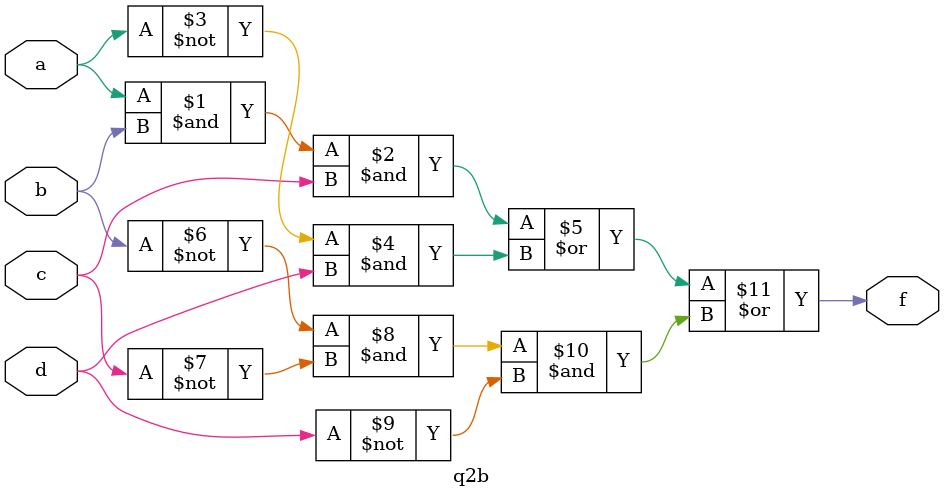
<source format=v>


module q2b(a, b, c, d, f);
    input a, b, c, d;
    output f;

    assign f = (a&b&c) | (~a&d) | (~b&~c&~d);

endmodule

</source>
